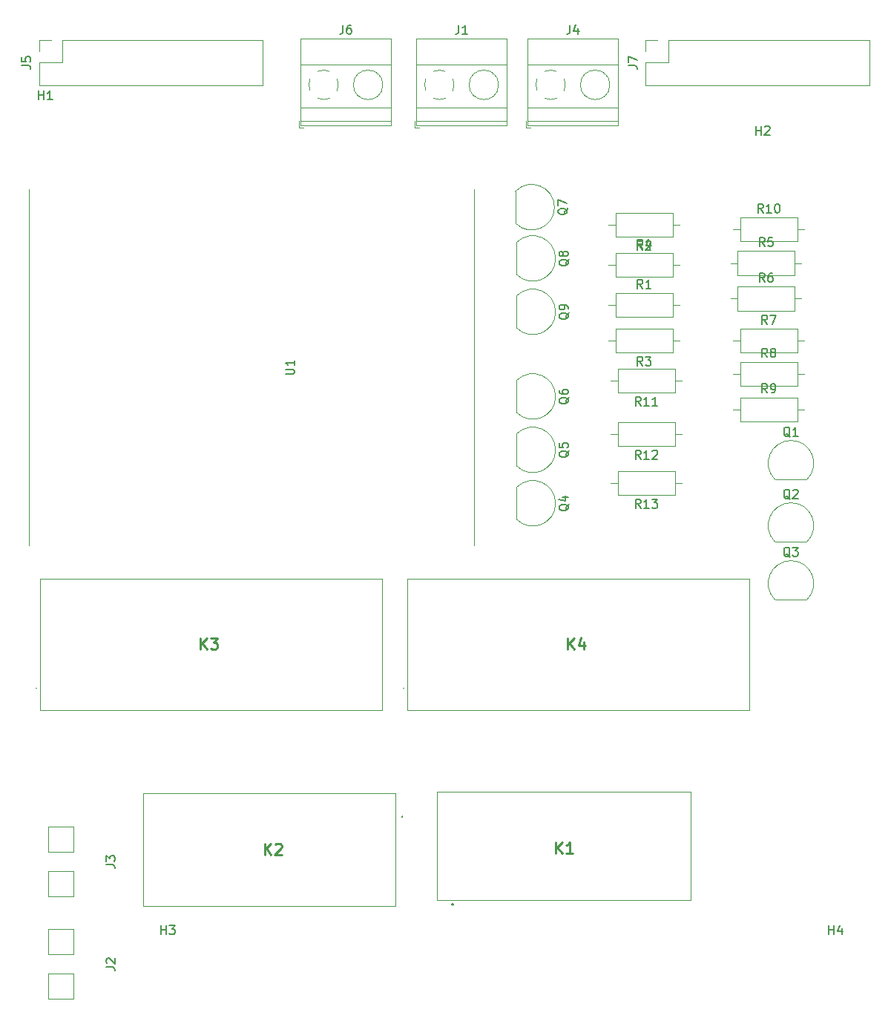
<source format=gbr>
%TF.GenerationSoftware,KiCad,Pcbnew,(5.1.6)-1*%
%TF.CreationDate,2021-11-10T17:08:40+01:00*%
%TF.ProjectId,FoxRobot,466f7852-6f62-46f7-942e-6b696361645f,V01*%
%TF.SameCoordinates,Original*%
%TF.FileFunction,Legend,Top*%
%TF.FilePolarity,Positive*%
%FSLAX46Y46*%
G04 Gerber Fmt 4.6, Leading zero omitted, Abs format (unit mm)*
G04 Created by KiCad (PCBNEW (5.1.6)-1) date 2021-11-10 17:08:40*
%MOMM*%
%LPD*%
G01*
G04 APERTURE LIST*
%ADD10C,0.120000*%
%ADD11C,0.100000*%
%ADD12C,0.200000*%
%ADD13C,0.150000*%
%ADD14C,0.254000*%
G04 APERTURE END LIST*
D10*
%TO.C,U1*%
X67945000Y-71628000D02*
X67945000Y-30988000D01*
X17145000Y-71628000D02*
X17145000Y-30988000D01*
%TO.C,R13*%
X83590000Y-64516000D02*
X84360000Y-64516000D01*
X91670000Y-64516000D02*
X90900000Y-64516000D01*
X84360000Y-65886000D02*
X90900000Y-65886000D01*
X84360000Y-63146000D02*
X84360000Y-65886000D01*
X90900000Y-63146000D02*
X84360000Y-63146000D01*
X90900000Y-65886000D02*
X90900000Y-63146000D01*
%TO.C,R12*%
X83590000Y-58928000D02*
X84360000Y-58928000D01*
X91670000Y-58928000D02*
X90900000Y-58928000D01*
X84360000Y-60298000D02*
X90900000Y-60298000D01*
X84360000Y-57558000D02*
X84360000Y-60298000D01*
X90900000Y-57558000D02*
X84360000Y-57558000D01*
X90900000Y-60298000D02*
X90900000Y-57558000D01*
%TO.C,R11*%
X83590000Y-52832000D02*
X84360000Y-52832000D01*
X91670000Y-52832000D02*
X90900000Y-52832000D01*
X84360000Y-54202000D02*
X90900000Y-54202000D01*
X84360000Y-51462000D02*
X84360000Y-54202000D01*
X90900000Y-51462000D02*
X84360000Y-51462000D01*
X90900000Y-54202000D02*
X90900000Y-51462000D01*
%TO.C,R10*%
X105640000Y-35560000D02*
X104870000Y-35560000D01*
X97560000Y-35560000D02*
X98330000Y-35560000D01*
X104870000Y-34190000D02*
X98330000Y-34190000D01*
X104870000Y-36930000D02*
X104870000Y-34190000D01*
X98330000Y-36930000D02*
X104870000Y-36930000D01*
X98330000Y-34190000D02*
X98330000Y-36930000D01*
%TO.C,R9*%
X105638000Y-56102000D02*
X104868000Y-56102000D01*
X97558000Y-56102000D02*
X98328000Y-56102000D01*
X104868000Y-54732000D02*
X98328000Y-54732000D01*
X104868000Y-57472000D02*
X104868000Y-54732000D01*
X98328000Y-57472000D02*
X104868000Y-57472000D01*
X98328000Y-54732000D02*
X98328000Y-57472000D01*
%TO.C,R8*%
X105638000Y-52052000D02*
X104868000Y-52052000D01*
X97558000Y-52052000D02*
X98328000Y-52052000D01*
X104868000Y-50682000D02*
X98328000Y-50682000D01*
X104868000Y-53422000D02*
X104868000Y-50682000D01*
X98328000Y-53422000D02*
X104868000Y-53422000D01*
X98328000Y-50682000D02*
X98328000Y-53422000D01*
%TO.C,R7*%
X105640000Y-48260000D02*
X104870000Y-48260000D01*
X97560000Y-48260000D02*
X98330000Y-48260000D01*
X104870000Y-46890000D02*
X98330000Y-46890000D01*
X104870000Y-49630000D02*
X104870000Y-46890000D01*
X98330000Y-49630000D02*
X104870000Y-49630000D01*
X98330000Y-46890000D02*
X98330000Y-49630000D01*
%TO.C,R6*%
X105346000Y-43446000D02*
X104576000Y-43446000D01*
X97266000Y-43446000D02*
X98036000Y-43446000D01*
X104576000Y-42076000D02*
X98036000Y-42076000D01*
X104576000Y-44816000D02*
X104576000Y-42076000D01*
X98036000Y-44816000D02*
X104576000Y-44816000D01*
X98036000Y-42076000D02*
X98036000Y-44816000D01*
%TO.C,R5*%
X105346000Y-39396000D02*
X104576000Y-39396000D01*
X97266000Y-39396000D02*
X98036000Y-39396000D01*
X104576000Y-38026000D02*
X98036000Y-38026000D01*
X104576000Y-40766000D02*
X104576000Y-38026000D01*
X98036000Y-40766000D02*
X104576000Y-40766000D01*
X98036000Y-38026000D02*
X98036000Y-40766000D01*
%TO.C,R4*%
X91416000Y-39624000D02*
X90646000Y-39624000D01*
X83336000Y-39624000D02*
X84106000Y-39624000D01*
X90646000Y-38254000D02*
X84106000Y-38254000D01*
X90646000Y-40994000D02*
X90646000Y-38254000D01*
X84106000Y-40994000D02*
X90646000Y-40994000D01*
X84106000Y-38254000D02*
X84106000Y-40994000D01*
%TO.C,R3*%
X83336000Y-48260000D02*
X84106000Y-48260000D01*
X91416000Y-48260000D02*
X90646000Y-48260000D01*
X84106000Y-49630000D02*
X90646000Y-49630000D01*
X84106000Y-46890000D02*
X84106000Y-49630000D01*
X90646000Y-46890000D02*
X84106000Y-46890000D01*
X90646000Y-49630000D02*
X90646000Y-46890000D01*
%TO.C,R2*%
X83336000Y-35052000D02*
X84106000Y-35052000D01*
X91416000Y-35052000D02*
X90646000Y-35052000D01*
X84106000Y-36422000D02*
X90646000Y-36422000D01*
X84106000Y-33682000D02*
X84106000Y-36422000D01*
X90646000Y-33682000D02*
X84106000Y-33682000D01*
X90646000Y-36422000D02*
X90646000Y-33682000D01*
%TO.C,R1*%
X91416000Y-44196000D02*
X90646000Y-44196000D01*
X83336000Y-44196000D02*
X84106000Y-44196000D01*
X90646000Y-42826000D02*
X84106000Y-42826000D01*
X90646000Y-45566000D02*
X90646000Y-42826000D01*
X84106000Y-45566000D02*
X90646000Y-45566000D01*
X84106000Y-42826000D02*
X84106000Y-45566000D01*
%TO.C,Q9*%
X72826000Y-43158000D02*
X72826000Y-46758000D01*
X72837522Y-46796478D02*
G75*
G03*
X77276000Y-44958000I1838478J1838478D01*
G01*
X72837522Y-43119522D02*
G75*
G02*
X77276000Y-44958000I1838478J-1838478D01*
G01*
%TO.C,Q8*%
X72826000Y-37062000D02*
X72826000Y-40662000D01*
X72837522Y-40700478D02*
G75*
G03*
X77276000Y-38862000I1838478J1838478D01*
G01*
X72837522Y-37023522D02*
G75*
G02*
X77276000Y-38862000I1838478J-1838478D01*
G01*
%TO.C,Q7*%
X72699000Y-31220000D02*
X72699000Y-34820000D01*
X72710522Y-34858478D02*
G75*
G03*
X77149000Y-33020000I1838478J1838478D01*
G01*
X72710522Y-31181522D02*
G75*
G02*
X77149000Y-33020000I1838478J-1838478D01*
G01*
%TO.C,Q6*%
X72826000Y-52810000D02*
X72826000Y-56410000D01*
X72837522Y-56448478D02*
G75*
G03*
X77276000Y-54610000I1838478J1838478D01*
G01*
X72837522Y-52771522D02*
G75*
G02*
X77276000Y-54610000I1838478J-1838478D01*
G01*
%TO.C,Q5*%
X72826000Y-58906000D02*
X72826000Y-62506000D01*
X72837522Y-62544478D02*
G75*
G03*
X77276000Y-60706000I1838478J1838478D01*
G01*
X72837522Y-58867522D02*
G75*
G02*
X77276000Y-60706000I1838478J-1838478D01*
G01*
%TO.C,Q4*%
X72826000Y-65002000D02*
X72826000Y-68602000D01*
X72837522Y-68640478D02*
G75*
G03*
X77276000Y-66802000I1838478J1838478D01*
G01*
X72837522Y-64963522D02*
G75*
G02*
X77276000Y-66802000I1838478J-1838478D01*
G01*
%TO.C,Q3*%
X102340000Y-77796000D02*
X105940000Y-77796000D01*
X105978478Y-77784478D02*
G75*
G03*
X104140000Y-73346000I-1838478J1838478D01*
G01*
X102301522Y-77784478D02*
G75*
G02*
X104140000Y-73346000I1838478J1838478D01*
G01*
%TO.C,Q2*%
X102340000Y-71192000D02*
X105940000Y-71192000D01*
X105978478Y-71180478D02*
G75*
G03*
X104140000Y-66742000I-1838478J1838478D01*
G01*
X102301522Y-71180478D02*
G75*
G02*
X104140000Y-66742000I1838478J1838478D01*
G01*
%TO.C,Q1*%
X102340000Y-64080000D02*
X105940000Y-64080000D01*
X105978478Y-64068478D02*
G75*
G03*
X104140000Y-59630000I-1838478J1838478D01*
G01*
X102301522Y-64068478D02*
G75*
G02*
X104140000Y-59630000I1838478J1838478D01*
G01*
D11*
%TO.C,K4*%
X59838000Y-87884000D02*
X59838000Y-87884000D01*
X59938000Y-87884000D02*
X59938000Y-87884000D01*
X60363000Y-75384000D02*
X60363000Y-90384000D01*
X99363000Y-75384000D02*
X60363000Y-75384000D01*
X99363000Y-90384000D02*
X99363000Y-75384000D01*
X60363000Y-90384000D02*
X99363000Y-90384000D01*
X59938000Y-87884000D02*
G75*
G03*
X59838000Y-87884000I-50000J0D01*
G01*
X59838000Y-87884000D02*
G75*
G03*
X59938000Y-87884000I50000J0D01*
G01*
%TO.C,K3*%
X17928000Y-87884000D02*
X17928000Y-87884000D01*
X18028000Y-87884000D02*
X18028000Y-87884000D01*
X18453000Y-75384000D02*
X18453000Y-90384000D01*
X57453000Y-75384000D02*
X18453000Y-75384000D01*
X57453000Y-90384000D02*
X57453000Y-75384000D01*
X18453000Y-90384000D02*
X57453000Y-90384000D01*
X18028000Y-87884000D02*
G75*
G03*
X17928000Y-87884000I-50000J0D01*
G01*
X17928000Y-87884000D02*
G75*
G03*
X18028000Y-87884000I50000J0D01*
G01*
D12*
%TO.C,K2*%
X59796000Y-102616000D02*
X59796000Y-102616000D01*
X59796000Y-102516000D02*
X59796000Y-102516000D01*
X59796000Y-102616000D02*
X59796000Y-102616000D01*
D11*
X58996000Y-112716000D02*
X58996000Y-99916000D01*
X30196000Y-112716000D02*
X58996000Y-112716000D01*
X30196000Y-99916000D02*
X30196000Y-112716000D01*
X58996000Y-99916000D02*
X30196000Y-99916000D01*
D12*
X59796000Y-102516000D02*
G75*
G02*
X59796000Y-102616000I0J-50000D01*
G01*
X59796000Y-102616000D02*
G75*
G02*
X59796000Y-102516000I0J50000D01*
G01*
X59796000Y-102516000D02*
G75*
G02*
X59796000Y-102616000I0J-50000D01*
G01*
D10*
%TO.C,J5*%
X18355000Y-15240000D02*
X18355000Y-13910000D01*
X18355000Y-13910000D02*
X19685000Y-13910000D01*
X18355000Y-16510000D02*
X20955000Y-16510000D01*
X20955000Y-16510000D02*
X20955000Y-13910000D01*
X20955000Y-13910000D02*
X43875000Y-13910000D01*
X43875000Y-19110000D02*
X43875000Y-13910000D01*
X18355000Y-19110000D02*
X43875000Y-19110000D01*
X18355000Y-19110000D02*
X18355000Y-16510000D01*
%TO.C,J4*%
X73868000Y-23950000D02*
X74368000Y-23950000D01*
X73868000Y-23210000D02*
X73868000Y-23950000D01*
X80561000Y-20073000D02*
X80514000Y-20119000D01*
X82858000Y-17775000D02*
X82823000Y-17811000D01*
X80754000Y-20289000D02*
X80719000Y-20324000D01*
X83063000Y-17981000D02*
X83016000Y-18027000D01*
X84388000Y-13789000D02*
X84388000Y-23710000D01*
X74108000Y-13789000D02*
X74108000Y-23710000D01*
X74108000Y-23710000D02*
X84388000Y-23710000D01*
X74108000Y-13789000D02*
X84388000Y-13789000D01*
X74108000Y-16749000D02*
X84388000Y-16749000D01*
X74108000Y-21650000D02*
X84388000Y-21650000D01*
X74108000Y-23150000D02*
X84388000Y-23150000D01*
X83468000Y-19050000D02*
G75*
G03*
X83468000Y-19050000I-1680000J0D01*
G01*
X76736805Y-20730253D02*
G75*
G02*
X76024000Y-20585000I-28805J1680253D01*
G01*
X75172574Y-19733042D02*
G75*
G02*
X75173000Y-18366000I1535426J683042D01*
G01*
X76024958Y-17514574D02*
G75*
G02*
X77392000Y-17515000I683042J-1535426D01*
G01*
X78243426Y-18366958D02*
G75*
G02*
X78243000Y-19734000I-1535426J-683042D01*
G01*
X77391318Y-20584756D02*
G75*
G02*
X76708000Y-20730000I-683318J1534756D01*
G01*
%TO.C,J3*%
X19378000Y-108786000D02*
X19378000Y-111686000D01*
X22278000Y-111686000D02*
X22278000Y-108786000D01*
X22278000Y-108786000D02*
X19378000Y-108786000D01*
X19378000Y-111686000D02*
X22278000Y-111686000D01*
X22278000Y-103706000D02*
X22278000Y-106606000D01*
X22278000Y-106606000D02*
X19378000Y-106606000D01*
X19378000Y-106606000D02*
X19378000Y-103706000D01*
X19378000Y-103706000D02*
X22278000Y-103706000D01*
%TO.C,J2*%
X19378000Y-120470000D02*
X19378000Y-123370000D01*
X22278000Y-123370000D02*
X22278000Y-120470000D01*
X22278000Y-120470000D02*
X19378000Y-120470000D01*
X19378000Y-123370000D02*
X22278000Y-123370000D01*
X22278000Y-115390000D02*
X22278000Y-118290000D01*
X22278000Y-118290000D02*
X19378000Y-118290000D01*
X19378000Y-118290000D02*
X19378000Y-115390000D01*
X19378000Y-115390000D02*
X22278000Y-115390000D01*
D11*
%TO.C,K1*%
X63732000Y-99672000D02*
X92732000Y-99672000D01*
X92732000Y-99672000D02*
X92732000Y-112072000D01*
X92732000Y-112072000D02*
X63732000Y-112072000D01*
X63732000Y-112072000D02*
X63732000Y-99672000D01*
D12*
X65432000Y-112572000D02*
X65432000Y-112572000D01*
X65632000Y-112572000D02*
X65632000Y-112572000D01*
X65632000Y-112572000D02*
G75*
G03*
X65432000Y-112572000I-100000J0D01*
G01*
X65432000Y-112572000D02*
G75*
G03*
X65632000Y-112572000I100000J0D01*
G01*
D10*
%TO.C,J1*%
X70768000Y-19050000D02*
G75*
G03*
X70768000Y-19050000I-1680000J0D01*
G01*
X61408000Y-23150000D02*
X71688000Y-23150000D01*
X61408000Y-21650000D02*
X71688000Y-21650000D01*
X61408000Y-16749000D02*
X71688000Y-16749000D01*
X61408000Y-13789000D02*
X71688000Y-13789000D01*
X61408000Y-23710000D02*
X71688000Y-23710000D01*
X61408000Y-13789000D02*
X61408000Y-23710000D01*
X71688000Y-13789000D02*
X71688000Y-23710000D01*
X70363000Y-17981000D02*
X70316000Y-18027000D01*
X68054000Y-20289000D02*
X68019000Y-20324000D01*
X70158000Y-17775000D02*
X70123000Y-17811000D01*
X67861000Y-20073000D02*
X67814000Y-20119000D01*
X61168000Y-23210000D02*
X61168000Y-23950000D01*
X61168000Y-23950000D02*
X61668000Y-23950000D01*
X64691318Y-20584756D02*
G75*
G02*
X64008000Y-20730000I-683318J1534756D01*
G01*
X65543426Y-18366958D02*
G75*
G02*
X65543000Y-19734000I-1535426J-683042D01*
G01*
X63324958Y-17514574D02*
G75*
G02*
X64692000Y-17515000I683042J-1535426D01*
G01*
X62472574Y-19733042D02*
G75*
G02*
X62473000Y-18366000I1535426J683042D01*
G01*
X64036805Y-20730253D02*
G75*
G02*
X63324000Y-20585000I-28805J1680253D01*
G01*
%TO.C,J6*%
X57560000Y-19050000D02*
G75*
G03*
X57560000Y-19050000I-1680000J0D01*
G01*
X48200000Y-23150000D02*
X58480000Y-23150000D01*
X48200000Y-21650000D02*
X58480000Y-21650000D01*
X48200000Y-16749000D02*
X58480000Y-16749000D01*
X48200000Y-13789000D02*
X58480000Y-13789000D01*
X48200000Y-23710000D02*
X58480000Y-23710000D01*
X48200000Y-13789000D02*
X48200000Y-23710000D01*
X58480000Y-13789000D02*
X58480000Y-23710000D01*
X57155000Y-17981000D02*
X57108000Y-18027000D01*
X54846000Y-20289000D02*
X54811000Y-20324000D01*
X56950000Y-17775000D02*
X56915000Y-17811000D01*
X54653000Y-20073000D02*
X54606000Y-20119000D01*
X47960000Y-23210000D02*
X47960000Y-23950000D01*
X47960000Y-23950000D02*
X48460000Y-23950000D01*
X51483318Y-20584756D02*
G75*
G02*
X50800000Y-20730000I-683318J1534756D01*
G01*
X52335426Y-18366958D02*
G75*
G02*
X52335000Y-19734000I-1535426J-683042D01*
G01*
X50116958Y-17514574D02*
G75*
G02*
X51484000Y-17515000I683042J-1535426D01*
G01*
X49264574Y-19733042D02*
G75*
G02*
X49265000Y-18366000I1535426J683042D01*
G01*
X50828805Y-20730253D02*
G75*
G02*
X50116000Y-20585000I-28805J1680253D01*
G01*
%TO.C,J7*%
X87570000Y-19110000D02*
X87570000Y-16510000D01*
X87570000Y-19110000D02*
X113090000Y-19110000D01*
X113090000Y-19110000D02*
X113090000Y-13910000D01*
X90170000Y-13910000D02*
X113090000Y-13910000D01*
X90170000Y-16510000D02*
X90170000Y-13910000D01*
X87570000Y-16510000D02*
X90170000Y-16510000D01*
X87570000Y-13910000D02*
X88900000Y-13910000D01*
X87570000Y-15240000D02*
X87570000Y-13910000D01*
%TO.C,U1*%
D13*
X46442380Y-52069904D02*
X47251904Y-52069904D01*
X47347142Y-52022285D01*
X47394761Y-51974666D01*
X47442380Y-51879428D01*
X47442380Y-51688952D01*
X47394761Y-51593714D01*
X47347142Y-51546095D01*
X47251904Y-51498476D01*
X46442380Y-51498476D01*
X47442380Y-50498476D02*
X47442380Y-51069904D01*
X47442380Y-50784190D02*
X46442380Y-50784190D01*
X46585238Y-50879428D01*
X46680476Y-50974666D01*
X46728095Y-51069904D01*
%TO.C,R13*%
X86987142Y-67338380D02*
X86653809Y-66862190D01*
X86415714Y-67338380D02*
X86415714Y-66338380D01*
X86796666Y-66338380D01*
X86891904Y-66386000D01*
X86939523Y-66433619D01*
X86987142Y-66528857D01*
X86987142Y-66671714D01*
X86939523Y-66766952D01*
X86891904Y-66814571D01*
X86796666Y-66862190D01*
X86415714Y-66862190D01*
X87939523Y-67338380D02*
X87368095Y-67338380D01*
X87653809Y-67338380D02*
X87653809Y-66338380D01*
X87558571Y-66481238D01*
X87463333Y-66576476D01*
X87368095Y-66624095D01*
X88272857Y-66338380D02*
X88891904Y-66338380D01*
X88558571Y-66719333D01*
X88701428Y-66719333D01*
X88796666Y-66766952D01*
X88844285Y-66814571D01*
X88891904Y-66909809D01*
X88891904Y-67147904D01*
X88844285Y-67243142D01*
X88796666Y-67290761D01*
X88701428Y-67338380D01*
X88415714Y-67338380D01*
X88320476Y-67290761D01*
X88272857Y-67243142D01*
%TO.C,R12*%
X86987142Y-61750380D02*
X86653809Y-61274190D01*
X86415714Y-61750380D02*
X86415714Y-60750380D01*
X86796666Y-60750380D01*
X86891904Y-60798000D01*
X86939523Y-60845619D01*
X86987142Y-60940857D01*
X86987142Y-61083714D01*
X86939523Y-61178952D01*
X86891904Y-61226571D01*
X86796666Y-61274190D01*
X86415714Y-61274190D01*
X87939523Y-61750380D02*
X87368095Y-61750380D01*
X87653809Y-61750380D02*
X87653809Y-60750380D01*
X87558571Y-60893238D01*
X87463333Y-60988476D01*
X87368095Y-61036095D01*
X88320476Y-60845619D02*
X88368095Y-60798000D01*
X88463333Y-60750380D01*
X88701428Y-60750380D01*
X88796666Y-60798000D01*
X88844285Y-60845619D01*
X88891904Y-60940857D01*
X88891904Y-61036095D01*
X88844285Y-61178952D01*
X88272857Y-61750380D01*
X88891904Y-61750380D01*
%TO.C,R11*%
X86987142Y-55654380D02*
X86653809Y-55178190D01*
X86415714Y-55654380D02*
X86415714Y-54654380D01*
X86796666Y-54654380D01*
X86891904Y-54702000D01*
X86939523Y-54749619D01*
X86987142Y-54844857D01*
X86987142Y-54987714D01*
X86939523Y-55082952D01*
X86891904Y-55130571D01*
X86796666Y-55178190D01*
X86415714Y-55178190D01*
X87939523Y-55654380D02*
X87368095Y-55654380D01*
X87653809Y-55654380D02*
X87653809Y-54654380D01*
X87558571Y-54797238D01*
X87463333Y-54892476D01*
X87368095Y-54940095D01*
X88891904Y-55654380D02*
X88320476Y-55654380D01*
X88606190Y-55654380D02*
X88606190Y-54654380D01*
X88510952Y-54797238D01*
X88415714Y-54892476D01*
X88320476Y-54940095D01*
%TO.C,R10*%
X100957142Y-33642380D02*
X100623809Y-33166190D01*
X100385714Y-33642380D02*
X100385714Y-32642380D01*
X100766666Y-32642380D01*
X100861904Y-32690000D01*
X100909523Y-32737619D01*
X100957142Y-32832857D01*
X100957142Y-32975714D01*
X100909523Y-33070952D01*
X100861904Y-33118571D01*
X100766666Y-33166190D01*
X100385714Y-33166190D01*
X101909523Y-33642380D02*
X101338095Y-33642380D01*
X101623809Y-33642380D02*
X101623809Y-32642380D01*
X101528571Y-32785238D01*
X101433333Y-32880476D01*
X101338095Y-32928095D01*
X102528571Y-32642380D02*
X102623809Y-32642380D01*
X102719047Y-32690000D01*
X102766666Y-32737619D01*
X102814285Y-32832857D01*
X102861904Y-33023333D01*
X102861904Y-33261428D01*
X102814285Y-33451904D01*
X102766666Y-33547142D01*
X102719047Y-33594761D01*
X102623809Y-33642380D01*
X102528571Y-33642380D01*
X102433333Y-33594761D01*
X102385714Y-33547142D01*
X102338095Y-33451904D01*
X102290476Y-33261428D01*
X102290476Y-33023333D01*
X102338095Y-32832857D01*
X102385714Y-32737619D01*
X102433333Y-32690000D01*
X102528571Y-32642380D01*
%TO.C,R9*%
X101431333Y-54184380D02*
X101098000Y-53708190D01*
X100859904Y-54184380D02*
X100859904Y-53184380D01*
X101240857Y-53184380D01*
X101336095Y-53232000D01*
X101383714Y-53279619D01*
X101431333Y-53374857D01*
X101431333Y-53517714D01*
X101383714Y-53612952D01*
X101336095Y-53660571D01*
X101240857Y-53708190D01*
X100859904Y-53708190D01*
X101907523Y-54184380D02*
X102098000Y-54184380D01*
X102193238Y-54136761D01*
X102240857Y-54089142D01*
X102336095Y-53946285D01*
X102383714Y-53755809D01*
X102383714Y-53374857D01*
X102336095Y-53279619D01*
X102288476Y-53232000D01*
X102193238Y-53184380D01*
X102002761Y-53184380D01*
X101907523Y-53232000D01*
X101859904Y-53279619D01*
X101812285Y-53374857D01*
X101812285Y-53612952D01*
X101859904Y-53708190D01*
X101907523Y-53755809D01*
X102002761Y-53803428D01*
X102193238Y-53803428D01*
X102288476Y-53755809D01*
X102336095Y-53708190D01*
X102383714Y-53612952D01*
%TO.C,R8*%
X101431333Y-50134380D02*
X101098000Y-49658190D01*
X100859904Y-50134380D02*
X100859904Y-49134380D01*
X101240857Y-49134380D01*
X101336095Y-49182000D01*
X101383714Y-49229619D01*
X101431333Y-49324857D01*
X101431333Y-49467714D01*
X101383714Y-49562952D01*
X101336095Y-49610571D01*
X101240857Y-49658190D01*
X100859904Y-49658190D01*
X102002761Y-49562952D02*
X101907523Y-49515333D01*
X101859904Y-49467714D01*
X101812285Y-49372476D01*
X101812285Y-49324857D01*
X101859904Y-49229619D01*
X101907523Y-49182000D01*
X102002761Y-49134380D01*
X102193238Y-49134380D01*
X102288476Y-49182000D01*
X102336095Y-49229619D01*
X102383714Y-49324857D01*
X102383714Y-49372476D01*
X102336095Y-49467714D01*
X102288476Y-49515333D01*
X102193238Y-49562952D01*
X102002761Y-49562952D01*
X101907523Y-49610571D01*
X101859904Y-49658190D01*
X101812285Y-49753428D01*
X101812285Y-49943904D01*
X101859904Y-50039142D01*
X101907523Y-50086761D01*
X102002761Y-50134380D01*
X102193238Y-50134380D01*
X102288476Y-50086761D01*
X102336095Y-50039142D01*
X102383714Y-49943904D01*
X102383714Y-49753428D01*
X102336095Y-49658190D01*
X102288476Y-49610571D01*
X102193238Y-49562952D01*
%TO.C,R7*%
X101433333Y-46342380D02*
X101100000Y-45866190D01*
X100861904Y-46342380D02*
X100861904Y-45342380D01*
X101242857Y-45342380D01*
X101338095Y-45390000D01*
X101385714Y-45437619D01*
X101433333Y-45532857D01*
X101433333Y-45675714D01*
X101385714Y-45770952D01*
X101338095Y-45818571D01*
X101242857Y-45866190D01*
X100861904Y-45866190D01*
X101766666Y-45342380D02*
X102433333Y-45342380D01*
X102004761Y-46342380D01*
%TO.C,R6*%
X101139333Y-41528380D02*
X100806000Y-41052190D01*
X100567904Y-41528380D02*
X100567904Y-40528380D01*
X100948857Y-40528380D01*
X101044095Y-40576000D01*
X101091714Y-40623619D01*
X101139333Y-40718857D01*
X101139333Y-40861714D01*
X101091714Y-40956952D01*
X101044095Y-41004571D01*
X100948857Y-41052190D01*
X100567904Y-41052190D01*
X101996476Y-40528380D02*
X101806000Y-40528380D01*
X101710761Y-40576000D01*
X101663142Y-40623619D01*
X101567904Y-40766476D01*
X101520285Y-40956952D01*
X101520285Y-41337904D01*
X101567904Y-41433142D01*
X101615523Y-41480761D01*
X101710761Y-41528380D01*
X101901238Y-41528380D01*
X101996476Y-41480761D01*
X102044095Y-41433142D01*
X102091714Y-41337904D01*
X102091714Y-41099809D01*
X102044095Y-41004571D01*
X101996476Y-40956952D01*
X101901238Y-40909333D01*
X101710761Y-40909333D01*
X101615523Y-40956952D01*
X101567904Y-41004571D01*
X101520285Y-41099809D01*
%TO.C,R5*%
X101139333Y-37478380D02*
X100806000Y-37002190D01*
X100567904Y-37478380D02*
X100567904Y-36478380D01*
X100948857Y-36478380D01*
X101044095Y-36526000D01*
X101091714Y-36573619D01*
X101139333Y-36668857D01*
X101139333Y-36811714D01*
X101091714Y-36906952D01*
X101044095Y-36954571D01*
X100948857Y-37002190D01*
X100567904Y-37002190D01*
X102044095Y-36478380D02*
X101567904Y-36478380D01*
X101520285Y-36954571D01*
X101567904Y-36906952D01*
X101663142Y-36859333D01*
X101901238Y-36859333D01*
X101996476Y-36906952D01*
X102044095Y-36954571D01*
X102091714Y-37049809D01*
X102091714Y-37287904D01*
X102044095Y-37383142D01*
X101996476Y-37430761D01*
X101901238Y-37478380D01*
X101663142Y-37478380D01*
X101567904Y-37430761D01*
X101520285Y-37383142D01*
%TO.C,R4*%
X87209333Y-37706380D02*
X86876000Y-37230190D01*
X86637904Y-37706380D02*
X86637904Y-36706380D01*
X87018857Y-36706380D01*
X87114095Y-36754000D01*
X87161714Y-36801619D01*
X87209333Y-36896857D01*
X87209333Y-37039714D01*
X87161714Y-37134952D01*
X87114095Y-37182571D01*
X87018857Y-37230190D01*
X86637904Y-37230190D01*
X88066476Y-37039714D02*
X88066476Y-37706380D01*
X87828380Y-36658761D02*
X87590285Y-37373047D01*
X88209333Y-37373047D01*
%TO.C,R3*%
X87209333Y-51082380D02*
X86876000Y-50606190D01*
X86637904Y-51082380D02*
X86637904Y-50082380D01*
X87018857Y-50082380D01*
X87114095Y-50130000D01*
X87161714Y-50177619D01*
X87209333Y-50272857D01*
X87209333Y-50415714D01*
X87161714Y-50510952D01*
X87114095Y-50558571D01*
X87018857Y-50606190D01*
X86637904Y-50606190D01*
X87542666Y-50082380D02*
X88161714Y-50082380D01*
X87828380Y-50463333D01*
X87971238Y-50463333D01*
X88066476Y-50510952D01*
X88114095Y-50558571D01*
X88161714Y-50653809D01*
X88161714Y-50891904D01*
X88114095Y-50987142D01*
X88066476Y-51034761D01*
X87971238Y-51082380D01*
X87685523Y-51082380D01*
X87590285Y-51034761D01*
X87542666Y-50987142D01*
%TO.C,R2*%
X87209333Y-37874380D02*
X86876000Y-37398190D01*
X86637904Y-37874380D02*
X86637904Y-36874380D01*
X87018857Y-36874380D01*
X87114095Y-36922000D01*
X87161714Y-36969619D01*
X87209333Y-37064857D01*
X87209333Y-37207714D01*
X87161714Y-37302952D01*
X87114095Y-37350571D01*
X87018857Y-37398190D01*
X86637904Y-37398190D01*
X87590285Y-36969619D02*
X87637904Y-36922000D01*
X87733142Y-36874380D01*
X87971238Y-36874380D01*
X88066476Y-36922000D01*
X88114095Y-36969619D01*
X88161714Y-37064857D01*
X88161714Y-37160095D01*
X88114095Y-37302952D01*
X87542666Y-37874380D01*
X88161714Y-37874380D01*
%TO.C,R1*%
X87209333Y-42278380D02*
X86876000Y-41802190D01*
X86637904Y-42278380D02*
X86637904Y-41278380D01*
X87018857Y-41278380D01*
X87114095Y-41326000D01*
X87161714Y-41373619D01*
X87209333Y-41468857D01*
X87209333Y-41611714D01*
X87161714Y-41706952D01*
X87114095Y-41754571D01*
X87018857Y-41802190D01*
X86637904Y-41802190D01*
X88161714Y-42278380D02*
X87590285Y-42278380D01*
X87876000Y-42278380D02*
X87876000Y-41278380D01*
X87780761Y-41421238D01*
X87685523Y-41516476D01*
X87590285Y-41564095D01*
%TO.C,Q9*%
X78783619Y-45053238D02*
X78736000Y-45148476D01*
X78640761Y-45243714D01*
X78497904Y-45386571D01*
X78450285Y-45481809D01*
X78450285Y-45577047D01*
X78688380Y-45529428D02*
X78640761Y-45624666D01*
X78545523Y-45719904D01*
X78355047Y-45767523D01*
X78021714Y-45767523D01*
X77831238Y-45719904D01*
X77736000Y-45624666D01*
X77688380Y-45529428D01*
X77688380Y-45338952D01*
X77736000Y-45243714D01*
X77831238Y-45148476D01*
X78021714Y-45100857D01*
X78355047Y-45100857D01*
X78545523Y-45148476D01*
X78640761Y-45243714D01*
X78688380Y-45338952D01*
X78688380Y-45529428D01*
X78688380Y-44624666D02*
X78688380Y-44434190D01*
X78640761Y-44338952D01*
X78593142Y-44291333D01*
X78450285Y-44196095D01*
X78259809Y-44148476D01*
X77878857Y-44148476D01*
X77783619Y-44196095D01*
X77736000Y-44243714D01*
X77688380Y-44338952D01*
X77688380Y-44529428D01*
X77736000Y-44624666D01*
X77783619Y-44672285D01*
X77878857Y-44719904D01*
X78116952Y-44719904D01*
X78212190Y-44672285D01*
X78259809Y-44624666D01*
X78307428Y-44529428D01*
X78307428Y-44338952D01*
X78259809Y-44243714D01*
X78212190Y-44196095D01*
X78116952Y-44148476D01*
%TO.C,Q8*%
X78783619Y-38957238D02*
X78736000Y-39052476D01*
X78640761Y-39147714D01*
X78497904Y-39290571D01*
X78450285Y-39385809D01*
X78450285Y-39481047D01*
X78688380Y-39433428D02*
X78640761Y-39528666D01*
X78545523Y-39623904D01*
X78355047Y-39671523D01*
X78021714Y-39671523D01*
X77831238Y-39623904D01*
X77736000Y-39528666D01*
X77688380Y-39433428D01*
X77688380Y-39242952D01*
X77736000Y-39147714D01*
X77831238Y-39052476D01*
X78021714Y-39004857D01*
X78355047Y-39004857D01*
X78545523Y-39052476D01*
X78640761Y-39147714D01*
X78688380Y-39242952D01*
X78688380Y-39433428D01*
X78116952Y-38433428D02*
X78069333Y-38528666D01*
X78021714Y-38576285D01*
X77926476Y-38623904D01*
X77878857Y-38623904D01*
X77783619Y-38576285D01*
X77736000Y-38528666D01*
X77688380Y-38433428D01*
X77688380Y-38242952D01*
X77736000Y-38147714D01*
X77783619Y-38100095D01*
X77878857Y-38052476D01*
X77926476Y-38052476D01*
X78021714Y-38100095D01*
X78069333Y-38147714D01*
X78116952Y-38242952D01*
X78116952Y-38433428D01*
X78164571Y-38528666D01*
X78212190Y-38576285D01*
X78307428Y-38623904D01*
X78497904Y-38623904D01*
X78593142Y-38576285D01*
X78640761Y-38528666D01*
X78688380Y-38433428D01*
X78688380Y-38242952D01*
X78640761Y-38147714D01*
X78593142Y-38100095D01*
X78497904Y-38052476D01*
X78307428Y-38052476D01*
X78212190Y-38100095D01*
X78164571Y-38147714D01*
X78116952Y-38242952D01*
%TO.C,Q7*%
X78656619Y-33115238D02*
X78609000Y-33210476D01*
X78513761Y-33305714D01*
X78370904Y-33448571D01*
X78323285Y-33543809D01*
X78323285Y-33639047D01*
X78561380Y-33591428D02*
X78513761Y-33686666D01*
X78418523Y-33781904D01*
X78228047Y-33829523D01*
X77894714Y-33829523D01*
X77704238Y-33781904D01*
X77609000Y-33686666D01*
X77561380Y-33591428D01*
X77561380Y-33400952D01*
X77609000Y-33305714D01*
X77704238Y-33210476D01*
X77894714Y-33162857D01*
X78228047Y-33162857D01*
X78418523Y-33210476D01*
X78513761Y-33305714D01*
X78561380Y-33400952D01*
X78561380Y-33591428D01*
X77561380Y-32829523D02*
X77561380Y-32162857D01*
X78561380Y-32591428D01*
%TO.C,Q6*%
X78783619Y-54705238D02*
X78736000Y-54800476D01*
X78640761Y-54895714D01*
X78497904Y-55038571D01*
X78450285Y-55133809D01*
X78450285Y-55229047D01*
X78688380Y-55181428D02*
X78640761Y-55276666D01*
X78545523Y-55371904D01*
X78355047Y-55419523D01*
X78021714Y-55419523D01*
X77831238Y-55371904D01*
X77736000Y-55276666D01*
X77688380Y-55181428D01*
X77688380Y-54990952D01*
X77736000Y-54895714D01*
X77831238Y-54800476D01*
X78021714Y-54752857D01*
X78355047Y-54752857D01*
X78545523Y-54800476D01*
X78640761Y-54895714D01*
X78688380Y-54990952D01*
X78688380Y-55181428D01*
X77688380Y-53895714D02*
X77688380Y-54086190D01*
X77736000Y-54181428D01*
X77783619Y-54229047D01*
X77926476Y-54324285D01*
X78116952Y-54371904D01*
X78497904Y-54371904D01*
X78593142Y-54324285D01*
X78640761Y-54276666D01*
X78688380Y-54181428D01*
X78688380Y-53990952D01*
X78640761Y-53895714D01*
X78593142Y-53848095D01*
X78497904Y-53800476D01*
X78259809Y-53800476D01*
X78164571Y-53848095D01*
X78116952Y-53895714D01*
X78069333Y-53990952D01*
X78069333Y-54181428D01*
X78116952Y-54276666D01*
X78164571Y-54324285D01*
X78259809Y-54371904D01*
%TO.C,Q5*%
X78783619Y-60801238D02*
X78736000Y-60896476D01*
X78640761Y-60991714D01*
X78497904Y-61134571D01*
X78450285Y-61229809D01*
X78450285Y-61325047D01*
X78688380Y-61277428D02*
X78640761Y-61372666D01*
X78545523Y-61467904D01*
X78355047Y-61515523D01*
X78021714Y-61515523D01*
X77831238Y-61467904D01*
X77736000Y-61372666D01*
X77688380Y-61277428D01*
X77688380Y-61086952D01*
X77736000Y-60991714D01*
X77831238Y-60896476D01*
X78021714Y-60848857D01*
X78355047Y-60848857D01*
X78545523Y-60896476D01*
X78640761Y-60991714D01*
X78688380Y-61086952D01*
X78688380Y-61277428D01*
X77688380Y-59944095D02*
X77688380Y-60420285D01*
X78164571Y-60467904D01*
X78116952Y-60420285D01*
X78069333Y-60325047D01*
X78069333Y-60086952D01*
X78116952Y-59991714D01*
X78164571Y-59944095D01*
X78259809Y-59896476D01*
X78497904Y-59896476D01*
X78593142Y-59944095D01*
X78640761Y-59991714D01*
X78688380Y-60086952D01*
X78688380Y-60325047D01*
X78640761Y-60420285D01*
X78593142Y-60467904D01*
%TO.C,Q4*%
X78783619Y-66897238D02*
X78736000Y-66992476D01*
X78640761Y-67087714D01*
X78497904Y-67230571D01*
X78450285Y-67325809D01*
X78450285Y-67421047D01*
X78688380Y-67373428D02*
X78640761Y-67468666D01*
X78545523Y-67563904D01*
X78355047Y-67611523D01*
X78021714Y-67611523D01*
X77831238Y-67563904D01*
X77736000Y-67468666D01*
X77688380Y-67373428D01*
X77688380Y-67182952D01*
X77736000Y-67087714D01*
X77831238Y-66992476D01*
X78021714Y-66944857D01*
X78355047Y-66944857D01*
X78545523Y-66992476D01*
X78640761Y-67087714D01*
X78688380Y-67182952D01*
X78688380Y-67373428D01*
X78021714Y-66087714D02*
X78688380Y-66087714D01*
X77640761Y-66325809D02*
X78355047Y-66563904D01*
X78355047Y-65944857D01*
%TO.C,Q3*%
X104044761Y-72933619D02*
X103949523Y-72886000D01*
X103854285Y-72790761D01*
X103711428Y-72647904D01*
X103616190Y-72600285D01*
X103520952Y-72600285D01*
X103568571Y-72838380D02*
X103473333Y-72790761D01*
X103378095Y-72695523D01*
X103330476Y-72505047D01*
X103330476Y-72171714D01*
X103378095Y-71981238D01*
X103473333Y-71886000D01*
X103568571Y-71838380D01*
X103759047Y-71838380D01*
X103854285Y-71886000D01*
X103949523Y-71981238D01*
X103997142Y-72171714D01*
X103997142Y-72505047D01*
X103949523Y-72695523D01*
X103854285Y-72790761D01*
X103759047Y-72838380D01*
X103568571Y-72838380D01*
X104330476Y-71838380D02*
X104949523Y-71838380D01*
X104616190Y-72219333D01*
X104759047Y-72219333D01*
X104854285Y-72266952D01*
X104901904Y-72314571D01*
X104949523Y-72409809D01*
X104949523Y-72647904D01*
X104901904Y-72743142D01*
X104854285Y-72790761D01*
X104759047Y-72838380D01*
X104473333Y-72838380D01*
X104378095Y-72790761D01*
X104330476Y-72743142D01*
%TO.C,Q2*%
X104044761Y-66329619D02*
X103949523Y-66282000D01*
X103854285Y-66186761D01*
X103711428Y-66043904D01*
X103616190Y-65996285D01*
X103520952Y-65996285D01*
X103568571Y-66234380D02*
X103473333Y-66186761D01*
X103378095Y-66091523D01*
X103330476Y-65901047D01*
X103330476Y-65567714D01*
X103378095Y-65377238D01*
X103473333Y-65282000D01*
X103568571Y-65234380D01*
X103759047Y-65234380D01*
X103854285Y-65282000D01*
X103949523Y-65377238D01*
X103997142Y-65567714D01*
X103997142Y-65901047D01*
X103949523Y-66091523D01*
X103854285Y-66186761D01*
X103759047Y-66234380D01*
X103568571Y-66234380D01*
X104378095Y-65329619D02*
X104425714Y-65282000D01*
X104520952Y-65234380D01*
X104759047Y-65234380D01*
X104854285Y-65282000D01*
X104901904Y-65329619D01*
X104949523Y-65424857D01*
X104949523Y-65520095D01*
X104901904Y-65662952D01*
X104330476Y-66234380D01*
X104949523Y-66234380D01*
%TO.C,Q1*%
X104044761Y-59217619D02*
X103949523Y-59170000D01*
X103854285Y-59074761D01*
X103711428Y-58931904D01*
X103616190Y-58884285D01*
X103520952Y-58884285D01*
X103568571Y-59122380D02*
X103473333Y-59074761D01*
X103378095Y-58979523D01*
X103330476Y-58789047D01*
X103330476Y-58455714D01*
X103378095Y-58265238D01*
X103473333Y-58170000D01*
X103568571Y-58122380D01*
X103759047Y-58122380D01*
X103854285Y-58170000D01*
X103949523Y-58265238D01*
X103997142Y-58455714D01*
X103997142Y-58789047D01*
X103949523Y-58979523D01*
X103854285Y-59074761D01*
X103759047Y-59122380D01*
X103568571Y-59122380D01*
X104949523Y-59122380D02*
X104378095Y-59122380D01*
X104663809Y-59122380D02*
X104663809Y-58122380D01*
X104568571Y-58265238D01*
X104473333Y-58360476D01*
X104378095Y-58408095D01*
%TO.C,K4*%
D14*
X78662619Y-83458523D02*
X78662619Y-82188523D01*
X79388333Y-83458523D02*
X78844047Y-82732809D01*
X79388333Y-82188523D02*
X78662619Y-82914238D01*
X80476904Y-82611857D02*
X80476904Y-83458523D01*
X80174523Y-82128047D02*
X79872142Y-83035190D01*
X80658333Y-83035190D01*
%TO.C,K3*%
X36752619Y-83458523D02*
X36752619Y-82188523D01*
X37478333Y-83458523D02*
X36934047Y-82732809D01*
X37478333Y-82188523D02*
X36752619Y-82914238D01*
X37901666Y-82188523D02*
X38687857Y-82188523D01*
X38264523Y-82672333D01*
X38445952Y-82672333D01*
X38566904Y-82732809D01*
X38627380Y-82793285D01*
X38687857Y-82914238D01*
X38687857Y-83216619D01*
X38627380Y-83337571D01*
X38566904Y-83398047D01*
X38445952Y-83458523D01*
X38083095Y-83458523D01*
X37962142Y-83398047D01*
X37901666Y-83337571D01*
%TO.C,K2*%
X44083619Y-106890523D02*
X44083619Y-105620523D01*
X44809333Y-106890523D02*
X44265047Y-106164809D01*
X44809333Y-105620523D02*
X44083619Y-106346238D01*
X45293142Y-105741476D02*
X45353619Y-105681000D01*
X45474571Y-105620523D01*
X45776952Y-105620523D01*
X45897904Y-105681000D01*
X45958380Y-105741476D01*
X46018857Y-105862428D01*
X46018857Y-105983380D01*
X45958380Y-106164809D01*
X45232666Y-106890523D01*
X46018857Y-106890523D01*
%TO.C,J5*%
D13*
X16367380Y-16843333D02*
X17081666Y-16843333D01*
X17224523Y-16890952D01*
X17319761Y-16986190D01*
X17367380Y-17129047D01*
X17367380Y-17224285D01*
X16367380Y-15890952D02*
X16367380Y-16367142D01*
X16843571Y-16414761D01*
X16795952Y-16367142D01*
X16748333Y-16271904D01*
X16748333Y-16033809D01*
X16795952Y-15938571D01*
X16843571Y-15890952D01*
X16938809Y-15843333D01*
X17176904Y-15843333D01*
X17272142Y-15890952D01*
X17319761Y-15938571D01*
X17367380Y-16033809D01*
X17367380Y-16271904D01*
X17319761Y-16367142D01*
X17272142Y-16414761D01*
%TO.C,J4*%
X78914666Y-12242380D02*
X78914666Y-12956666D01*
X78867047Y-13099523D01*
X78771809Y-13194761D01*
X78628952Y-13242380D01*
X78533714Y-13242380D01*
X79819428Y-12575714D02*
X79819428Y-13242380D01*
X79581333Y-12194761D02*
X79343238Y-12909047D01*
X79962285Y-12909047D01*
%TO.C,J3*%
X25995380Y-108029333D02*
X26709666Y-108029333D01*
X26852523Y-108076952D01*
X26947761Y-108172190D01*
X26995380Y-108315047D01*
X26995380Y-108410285D01*
X25995380Y-107648380D02*
X25995380Y-107029333D01*
X26376333Y-107362666D01*
X26376333Y-107219809D01*
X26423952Y-107124571D01*
X26471571Y-107076952D01*
X26566809Y-107029333D01*
X26804904Y-107029333D01*
X26900142Y-107076952D01*
X26947761Y-107124571D01*
X26995380Y-107219809D01*
X26995380Y-107505523D01*
X26947761Y-107600761D01*
X26900142Y-107648380D01*
%TO.C,J2*%
X25995380Y-119713333D02*
X26709666Y-119713333D01*
X26852523Y-119760952D01*
X26947761Y-119856190D01*
X26995380Y-119999047D01*
X26995380Y-120094285D01*
X26090619Y-119284761D02*
X26043000Y-119237142D01*
X25995380Y-119141904D01*
X25995380Y-118903809D01*
X26043000Y-118808571D01*
X26090619Y-118760952D01*
X26185857Y-118713333D01*
X26281095Y-118713333D01*
X26423952Y-118760952D01*
X26995380Y-119332380D01*
X26995380Y-118713333D01*
%TO.C,K1*%
D14*
X77294619Y-106746523D02*
X77294619Y-105476523D01*
X78020333Y-106746523D02*
X77476047Y-106020809D01*
X78020333Y-105476523D02*
X77294619Y-106202238D01*
X79229857Y-106746523D02*
X78504142Y-106746523D01*
X78867000Y-106746523D02*
X78867000Y-105476523D01*
X78746047Y-105657952D01*
X78625095Y-105778904D01*
X78504142Y-105839380D01*
%TO.C,J1*%
D13*
X66214666Y-12242380D02*
X66214666Y-12956666D01*
X66167047Y-13099523D01*
X66071809Y-13194761D01*
X65928952Y-13242380D01*
X65833714Y-13242380D01*
X67214666Y-13242380D02*
X66643238Y-13242380D01*
X66928952Y-13242380D02*
X66928952Y-12242380D01*
X66833714Y-12385238D01*
X66738476Y-12480476D01*
X66643238Y-12528095D01*
%TO.C,J6*%
X53006666Y-12242380D02*
X53006666Y-12956666D01*
X52959047Y-13099523D01*
X52863809Y-13194761D01*
X52720952Y-13242380D01*
X52625714Y-13242380D01*
X53911428Y-12242380D02*
X53720952Y-12242380D01*
X53625714Y-12290000D01*
X53578095Y-12337619D01*
X53482857Y-12480476D01*
X53435238Y-12670952D01*
X53435238Y-13051904D01*
X53482857Y-13147142D01*
X53530476Y-13194761D01*
X53625714Y-13242380D01*
X53816190Y-13242380D01*
X53911428Y-13194761D01*
X53959047Y-13147142D01*
X54006666Y-13051904D01*
X54006666Y-12813809D01*
X53959047Y-12718571D01*
X53911428Y-12670952D01*
X53816190Y-12623333D01*
X53625714Y-12623333D01*
X53530476Y-12670952D01*
X53482857Y-12718571D01*
X53435238Y-12813809D01*
%TO.C,J7*%
X85582380Y-16843333D02*
X86296666Y-16843333D01*
X86439523Y-16890952D01*
X86534761Y-16986190D01*
X86582380Y-17129047D01*
X86582380Y-17224285D01*
X85582380Y-16462380D02*
X85582380Y-15795714D01*
X86582380Y-16224285D01*
%TO.C,H1*%
X18288095Y-20732380D02*
X18288095Y-19732380D01*
X18288095Y-20208571D02*
X18859523Y-20208571D01*
X18859523Y-20732380D02*
X18859523Y-19732380D01*
X19859523Y-20732380D02*
X19288095Y-20732380D01*
X19573809Y-20732380D02*
X19573809Y-19732380D01*
X19478571Y-19875238D01*
X19383333Y-19970476D01*
X19288095Y-20018095D01*
%TO.C,H2*%
X100153095Y-24757380D02*
X100153095Y-23757380D01*
X100153095Y-24233571D02*
X100724523Y-24233571D01*
X100724523Y-24757380D02*
X100724523Y-23757380D01*
X101153095Y-23852619D02*
X101200714Y-23805000D01*
X101295952Y-23757380D01*
X101534047Y-23757380D01*
X101629285Y-23805000D01*
X101676904Y-23852619D01*
X101724523Y-23947857D01*
X101724523Y-24043095D01*
X101676904Y-24185952D01*
X101105476Y-24757380D01*
X101724523Y-24757380D01*
%TO.C,H3*%
X32258095Y-115982380D02*
X32258095Y-114982380D01*
X32258095Y-115458571D02*
X32829523Y-115458571D01*
X32829523Y-115982380D02*
X32829523Y-114982380D01*
X33210476Y-114982380D02*
X33829523Y-114982380D01*
X33496190Y-115363333D01*
X33639047Y-115363333D01*
X33734285Y-115410952D01*
X33781904Y-115458571D01*
X33829523Y-115553809D01*
X33829523Y-115791904D01*
X33781904Y-115887142D01*
X33734285Y-115934761D01*
X33639047Y-115982380D01*
X33353333Y-115982380D01*
X33258095Y-115934761D01*
X33210476Y-115887142D01*
%TO.C,H4*%
X108458095Y-115982380D02*
X108458095Y-114982380D01*
X108458095Y-115458571D02*
X109029523Y-115458571D01*
X109029523Y-115982380D02*
X109029523Y-114982380D01*
X109934285Y-115315714D02*
X109934285Y-115982380D01*
X109696190Y-114934761D02*
X109458095Y-115649047D01*
X110077142Y-115649047D01*
%TD*%
M02*

</source>
